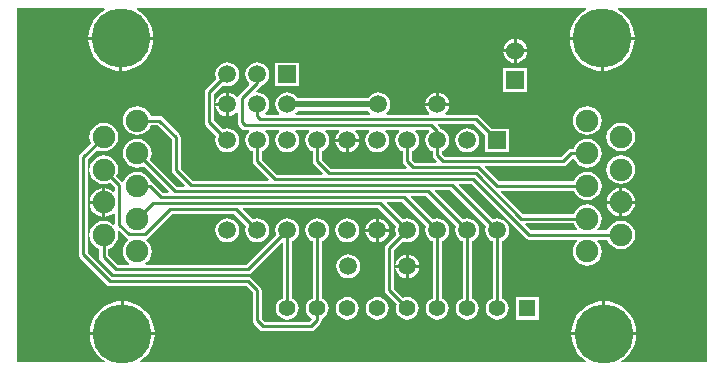
<source format=gtl>
G04 Layer_Physical_Order=1*
G04 Layer_Color=25308*
%FSLAX24Y24*%
%MOIN*%
G70*
G01*
G75*
%ADD10C,0.0200*%
%ADD11C,0.0100*%
%ADD12R,0.0591X0.0591*%
%ADD13C,0.0591*%
%ADD14R,0.0550X0.0550*%
%ADD15C,0.0550*%
%ADD16C,0.0748*%
%ADD17C,0.1969*%
%ADD18C,0.0590*%
%ADD19C,0.0591*%
%ADD20R,0.0591X0.0591*%
%ADD21C,0.0600*%
%ADD22R,0.0600X0.0600*%
G36*
X36000Y15300D02*
X33150D01*
X33136Y15348D01*
X33190Y15381D01*
X33320Y15492D01*
X33431Y15622D01*
X33520Y15767D01*
X33586Y15925D01*
X33625Y16091D01*
X33635Y16211D01*
X31468D01*
X31477Y16091D01*
X31517Y15925D01*
X31582Y15767D01*
X31671Y15622D01*
X31782Y15492D01*
X31912Y15381D01*
X31966Y15348D01*
X31952Y15300D01*
X17099D01*
X17085Y15348D01*
X17139Y15381D01*
X17269Y15492D01*
X17380Y15622D01*
X17469Y15767D01*
X17534Y15925D01*
X17574Y16091D01*
X17584Y16211D01*
X15416D01*
X15426Y16091D01*
X15466Y15925D01*
X15531Y15767D01*
X15620Y15622D01*
X15731Y15492D01*
X15861Y15381D01*
X15915Y15348D01*
X15901Y15300D01*
X13000D01*
Y27100D01*
X15908D01*
X15922Y27050D01*
X15810Y26981D01*
X15680Y26870D01*
X15569Y26740D01*
X15480Y26595D01*
X15414Y26437D01*
X15375Y26271D01*
X15365Y26151D01*
X17532D01*
X17523Y26271D01*
X17483Y26437D01*
X17418Y26595D01*
X17329Y26740D01*
X17218Y26870D01*
X17088Y26981D01*
X16975Y27050D01*
X16990Y27100D01*
X31959D01*
X31973Y27050D01*
X31861Y26981D01*
X31731Y26870D01*
X31620Y26740D01*
X31531Y26595D01*
X31466Y26437D01*
X31426Y26271D01*
X31416Y26151D01*
X33584D01*
X33574Y26271D01*
X33534Y26437D01*
X33469Y26595D01*
X33380Y26740D01*
X33269Y26870D01*
X33139Y26981D01*
X33027Y27050D01*
X33041Y27100D01*
X36000D01*
Y15300D01*
D02*
G37*
%LPC*%
G36*
X33590Y20588D02*
X33168D01*
Y20166D01*
X33242Y20176D01*
X33357Y20224D01*
X33456Y20300D01*
X33532Y20399D01*
X33580Y20514D01*
X33590Y20588D01*
D02*
G37*
G36*
X15832Y21105D02*
X15758Y21096D01*
X15643Y21048D01*
X15544Y20972D01*
X15468Y20873D01*
X15420Y20758D01*
X15410Y20684D01*
X15832D01*
Y21105D01*
D02*
G37*
G36*
X33068Y20588D02*
X32647D01*
X32656Y20514D01*
X32704Y20399D01*
X32780Y20300D01*
X32879Y20224D01*
X32994Y20176D01*
X33068Y20166D01*
Y20588D01*
D02*
G37*
G36*
X25050Y20092D02*
Y19750D01*
X25392D01*
X25385Y19803D01*
X25345Y19899D01*
X25282Y19982D01*
X25199Y20045D01*
X25103Y20085D01*
X25050Y20092D01*
D02*
G37*
G36*
X15832Y20584D02*
X15410D01*
X15420Y20510D01*
X15468Y20395D01*
X15544Y20296D01*
X15643Y20220D01*
X15758Y20172D01*
X15832Y20162D01*
Y20584D01*
D02*
G37*
G36*
X33068Y21109D02*
X32994Y21100D01*
X32879Y21052D01*
X32780Y20976D01*
X32704Y20877D01*
X32656Y20762D01*
X32647Y20688D01*
X33068D01*
Y21109D01*
D02*
G37*
G36*
X24000Y17478D02*
X23902Y17465D01*
X23811Y17428D01*
X23733Y17367D01*
X23672Y17289D01*
X23635Y17198D01*
X23622Y17100D01*
X23635Y17002D01*
X23672Y16911D01*
X23733Y16833D01*
X23811Y16772D01*
X23902Y16735D01*
X24000Y16722D01*
X24098Y16735D01*
X24189Y16772D01*
X24267Y16833D01*
X24328Y16911D01*
X24365Y17002D01*
X24378Y17100D01*
X24365Y17198D01*
X24328Y17289D01*
X24267Y17367D01*
X24189Y17428D01*
X24098Y17465D01*
X24000Y17478D01*
D02*
G37*
G36*
X32601Y17345D02*
Y16311D01*
X33635D01*
X33625Y16431D01*
X33586Y16597D01*
X33520Y16755D01*
X33431Y16900D01*
X33320Y17030D01*
X33190Y17141D01*
X33045Y17230D01*
X32887Y17295D01*
X32721Y17335D01*
X32601Y17345D01*
D02*
G37*
G36*
X25000Y17478D02*
X24902Y17465D01*
X24811Y17428D01*
X24733Y17367D01*
X24672Y17289D01*
X24635Y17198D01*
X24622Y17100D01*
X24635Y17002D01*
X24672Y16911D01*
X24733Y16833D01*
X24811Y16772D01*
X24902Y16735D01*
X25000Y16722D01*
X25098Y16735D01*
X25189Y16772D01*
X25267Y16833D01*
X25328Y16911D01*
X25365Y17002D01*
X25378Y17100D01*
X25365Y17198D01*
X25328Y17289D01*
X25267Y17367D01*
X25189Y17428D01*
X25098Y17465D01*
X25000Y17478D01*
D02*
G37*
G36*
X33168Y21109D02*
Y20688D01*
X33590D01*
X33580Y20762D01*
X33532Y20877D01*
X33456Y20976D01*
X33357Y21052D01*
X33242Y21100D01*
X33168Y21109D01*
D02*
G37*
G36*
X33118Y22206D02*
X32994Y22190D01*
X32879Y22142D01*
X32780Y22066D01*
X32704Y21967D01*
X32656Y21852D01*
X32640Y21728D01*
X32656Y21605D01*
X32704Y21489D01*
X32780Y21390D01*
X32879Y21314D01*
X32994Y21267D01*
X33118Y21250D01*
X33242Y21267D01*
X33357Y21314D01*
X33456Y21390D01*
X33532Y21489D01*
X33580Y21605D01*
X33596Y21728D01*
X33580Y21852D01*
X33532Y21967D01*
X33456Y22066D01*
X33357Y22142D01*
X33242Y22190D01*
X33118Y22206D01*
D02*
G37*
G36*
X26050Y18892D02*
Y18550D01*
X26392D01*
X26385Y18603D01*
X26345Y18699D01*
X26282Y18782D01*
X26199Y18845D01*
X26103Y18885D01*
X26050Y18892D01*
D02*
G37*
G36*
X24032Y18898D02*
X23928Y18885D01*
X23832Y18845D01*
X23750Y18782D01*
X23686Y18699D01*
X23647Y18603D01*
X23633Y18500D01*
X23647Y18397D01*
X23686Y18301D01*
X23750Y18218D01*
X23832Y18155D01*
X23928Y18115D01*
X24032Y18102D01*
X24135Y18115D01*
X24231Y18155D01*
X24313Y18218D01*
X24377Y18301D01*
X24416Y18397D01*
X24430Y18500D01*
X24416Y18603D01*
X24377Y18699D01*
X24313Y18782D01*
X24231Y18845D01*
X24135Y18885D01*
X24032Y18898D01*
D02*
G37*
G36*
X25950Y18892D02*
X25897Y18885D01*
X25801Y18845D01*
X25718Y18782D01*
X25655Y18699D01*
X25615Y18603D01*
X25608Y18550D01*
X25950D01*
Y18892D01*
D02*
G37*
G36*
Y18450D02*
X25608D01*
X25615Y18397D01*
X25655Y18301D01*
X25718Y18218D01*
X25801Y18155D01*
X25897Y18115D01*
X25950Y18108D01*
Y18450D01*
D02*
G37*
G36*
X26392D02*
X26050D01*
Y18108D01*
X26103Y18115D01*
X26199Y18155D01*
X26282Y18218D01*
X26345Y18301D01*
X26385Y18397D01*
X26392Y18450D01*
D02*
G37*
G36*
X20000Y20099D02*
X19897Y20085D01*
X19801Y20045D01*
X19718Y19982D01*
X19655Y19899D01*
X19615Y19803D01*
X19601Y19700D01*
X19615Y19597D01*
X19655Y19501D01*
X19718Y19418D01*
X19801Y19355D01*
X19897Y19315D01*
X20000Y19301D01*
X20103Y19315D01*
X20199Y19355D01*
X20282Y19418D01*
X20345Y19501D01*
X20385Y19597D01*
X20399Y19700D01*
X20385Y19803D01*
X20345Y19899D01*
X20282Y19982D01*
X20199Y20045D01*
X20103Y20085D01*
X20000Y20099D01*
D02*
G37*
G36*
X30375Y17475D02*
X29625D01*
Y16725D01*
X30375D01*
Y17475D01*
D02*
G37*
G36*
X24950Y20092D02*
X24897Y20085D01*
X24801Y20045D01*
X24718Y19982D01*
X24655Y19899D01*
X24615Y19803D01*
X24608Y19750D01*
X24950D01*
Y20092D01*
D02*
G37*
G36*
X25392Y19650D02*
X25050D01*
Y19308D01*
X25103Y19315D01*
X25199Y19355D01*
X25282Y19418D01*
X25345Y19501D01*
X25385Y19597D01*
X25392Y19650D01*
D02*
G37*
G36*
X24000Y20099D02*
X23897Y20085D01*
X23801Y20045D01*
X23718Y19982D01*
X23655Y19899D01*
X23615Y19803D01*
X23601Y19700D01*
X23615Y19597D01*
X23655Y19501D01*
X23718Y19418D01*
X23801Y19355D01*
X23897Y19315D01*
X24000Y19301D01*
X24103Y19315D01*
X24199Y19355D01*
X24282Y19418D01*
X24345Y19501D01*
X24385Y19597D01*
X24399Y19700D01*
X24385Y19803D01*
X24345Y19899D01*
X24282Y19982D01*
X24199Y20045D01*
X24103Y20085D01*
X24000Y20099D01*
D02*
G37*
G36*
X24950Y19650D02*
X24608D01*
X24615Y19597D01*
X24655Y19501D01*
X24718Y19418D01*
X24801Y19355D01*
X24897Y19315D01*
X24950Y19308D01*
Y19650D01*
D02*
G37*
G36*
X28000Y23099D02*
X27897Y23085D01*
X27801Y23045D01*
X27718Y22982D01*
X27655Y22899D01*
X27615Y22803D01*
X27601Y22700D01*
X27615Y22597D01*
X27655Y22501D01*
X27718Y22418D01*
X27801Y22355D01*
X27897Y22315D01*
X28000Y22301D01*
X28103Y22315D01*
X28199Y22355D01*
X28282Y22418D01*
X28345Y22501D01*
X28385Y22597D01*
X28399Y22700D01*
X28385Y22803D01*
X28345Y22899D01*
X28282Y22982D01*
X28199Y23045D01*
X28103Y23085D01*
X28000Y23099D01*
D02*
G37*
G36*
X16399Y26051D02*
X15365D01*
X15375Y25931D01*
X15414Y25765D01*
X15480Y25607D01*
X15569Y25462D01*
X15680Y25332D01*
X15810Y25221D01*
X15955Y25132D01*
X16113Y25067D01*
X16279Y25027D01*
X16399Y25017D01*
Y26051D01*
D02*
G37*
G36*
X17532D02*
X16499D01*
Y25017D01*
X16619Y25027D01*
X16785Y25067D01*
X16943Y25132D01*
X17088Y25221D01*
X17218Y25332D01*
X17329Y25462D01*
X17418Y25607D01*
X17483Y25765D01*
X17523Y25931D01*
X17532Y26051D01*
D02*
G37*
G36*
X22395Y25295D02*
X21605D01*
Y24505D01*
X22395D01*
Y25295D01*
D02*
G37*
G36*
X30000Y25100D02*
X29200D01*
Y24300D01*
X30000D01*
Y25100D01*
D02*
G37*
G36*
X20000Y25299D02*
X19897Y25285D01*
X19801Y25245D01*
X19718Y25182D01*
X19655Y25099D01*
X19615Y25003D01*
X19601Y24900D01*
X19615Y24797D01*
X19634Y24750D01*
X19292Y24408D01*
X19259Y24359D01*
X19247Y24300D01*
Y23300D01*
X19259Y23241D01*
X19292Y23192D01*
X19634Y22850D01*
X19615Y22803D01*
X19601Y22700D01*
X19615Y22597D01*
X19655Y22501D01*
X19718Y22418D01*
X19801Y22355D01*
X19897Y22315D01*
X20000Y22301D01*
X20103Y22315D01*
X20199Y22355D01*
X20282Y22418D01*
X20345Y22501D01*
X20385Y22597D01*
X20399Y22700D01*
X20385Y22803D01*
X20345Y22899D01*
X20282Y22982D01*
X20199Y23045D01*
X20103Y23085D01*
X20000Y23099D01*
X19897Y23085D01*
X19850Y23066D01*
X19553Y23363D01*
Y23884D01*
X19557Y23885D01*
Y23915D01*
X19553Y23916D01*
Y24237D01*
X19850Y24534D01*
X19897Y24515D01*
X20000Y24501D01*
X20103Y24515D01*
X20199Y24555D01*
X20282Y24618D01*
X20345Y24701D01*
X20385Y24797D01*
X20399Y24900D01*
X20385Y25003D01*
X20345Y25099D01*
X20282Y25182D01*
X20199Y25245D01*
X20103Y25285D01*
X20000Y25299D01*
D02*
G37*
G36*
X32450Y26051D02*
X31416D01*
X31426Y25931D01*
X31466Y25765D01*
X31531Y25607D01*
X31620Y25462D01*
X31731Y25332D01*
X31861Y25221D01*
X32006Y25132D01*
X32164Y25067D01*
X32330Y25027D01*
X32450Y25017D01*
Y26051D01*
D02*
G37*
G36*
X29550Y26081D02*
X29496Y26074D01*
X29398Y26034D01*
X29315Y25970D01*
X29251Y25886D01*
X29210Y25789D01*
X29203Y25734D01*
X29550D01*
Y26081D01*
D02*
G37*
G36*
X29650D02*
Y25734D01*
X29997D01*
X29990Y25789D01*
X29949Y25886D01*
X29885Y25970D01*
X29802Y26034D01*
X29704Y26074D01*
X29650Y26081D01*
D02*
G37*
G36*
X29997Y25634D02*
X29650D01*
Y25287D01*
X29704Y25295D01*
X29802Y25335D01*
X29885Y25399D01*
X29949Y25483D01*
X29990Y25580D01*
X29997Y25634D01*
D02*
G37*
G36*
X33584Y26051D02*
X32550D01*
Y25017D01*
X32670Y25027D01*
X32836Y25067D01*
X32994Y25132D01*
X33139Y25221D01*
X33269Y25332D01*
X33380Y25462D01*
X33469Y25607D01*
X33534Y25765D01*
X33574Y25931D01*
X33584Y26051D01*
D02*
G37*
G36*
X29550Y25634D02*
X29203D01*
X29210Y25580D01*
X29251Y25483D01*
X29315Y25399D01*
X29398Y25335D01*
X29496Y25295D01*
X29550Y25287D01*
Y25634D01*
D02*
G37*
G36*
X33118Y23297D02*
X32994Y23281D01*
X32879Y23233D01*
X32780Y23157D01*
X32704Y23058D01*
X32656Y22943D01*
X32640Y22819D01*
X32656Y22695D01*
X32704Y22580D01*
X32780Y22481D01*
X32879Y22405D01*
X32994Y22357D01*
X33118Y22341D01*
X33242Y22357D01*
X33357Y22405D01*
X33456Y22481D01*
X33532Y22580D01*
X33580Y22695D01*
X33596Y22819D01*
X33580Y22943D01*
X33532Y23058D01*
X33456Y23157D01*
X33357Y23233D01*
X33242Y23281D01*
X33118Y23297D01*
D02*
G37*
G36*
X32000Y23840D02*
X31876Y23824D01*
X31761Y23776D01*
X31662Y23700D01*
X31586Y23601D01*
X31538Y23486D01*
X31522Y23362D01*
X31538Y23238D01*
X31586Y23123D01*
X31662Y23024D01*
X31761Y22948D01*
X31876Y22900D01*
X32000Y22884D01*
X32124Y22900D01*
X32239Y22948D01*
X32338Y23024D01*
X32414Y23123D01*
X32462Y23238D01*
X32478Y23362D01*
X32462Y23486D01*
X32414Y23601D01*
X32338Y23700D01*
X32239Y23776D01*
X32124Y23824D01*
X32000Y23840D01*
D02*
G37*
G36*
X15882Y23293D02*
X15758Y23277D01*
X15643Y23229D01*
X15544Y23153D01*
X15468Y23054D01*
X15420Y22939D01*
X15404Y22815D01*
X15420Y22691D01*
X15456Y22605D01*
X15092Y22241D01*
X15059Y22192D01*
X15047Y22133D01*
Y18900D01*
X15059Y18841D01*
X15092Y18792D01*
X15992Y17892D01*
X16041Y17859D01*
X16100Y17847D01*
X20637D01*
X20847Y17637D01*
Y16700D01*
X20859Y16641D01*
X20892Y16592D01*
X21092Y16392D01*
X21141Y16359D01*
X21200Y16347D01*
X22800D01*
X22859Y16359D01*
X22908Y16392D01*
X23108Y16592D01*
X23141Y16641D01*
X23153Y16700D01*
Y16757D01*
X23189Y16772D01*
X23267Y16833D01*
X23328Y16911D01*
X23365Y17002D01*
X23378Y17100D01*
X23365Y17198D01*
X23328Y17289D01*
X23267Y17367D01*
X23189Y17428D01*
X23153Y17443D01*
Y19336D01*
X23199Y19355D01*
X23282Y19418D01*
X23345Y19501D01*
X23385Y19597D01*
X23399Y19700D01*
X23385Y19803D01*
X23345Y19899D01*
X23282Y19982D01*
X23199Y20045D01*
X23103Y20085D01*
X23000Y20099D01*
X22897Y20085D01*
X22801Y20045D01*
X22718Y19982D01*
X22655Y19899D01*
X22615Y19803D01*
X22601Y19700D01*
X22615Y19597D01*
X22655Y19501D01*
X22718Y19418D01*
X22801Y19355D01*
X22847Y19336D01*
Y17443D01*
X22811Y17428D01*
X22733Y17367D01*
X22672Y17289D01*
X22635Y17198D01*
X22622Y17100D01*
X22635Y17002D01*
X22672Y16911D01*
X22733Y16833D01*
X22796Y16783D01*
X22809Y16725D01*
X22737Y16653D01*
X21263D01*
X21153Y16763D01*
Y17700D01*
X21141Y17759D01*
X21108Y17808D01*
X20808Y18108D01*
X20759Y18141D01*
X20700Y18153D01*
X16163D01*
X15353Y18963D01*
Y22070D01*
X15672Y22389D01*
X15758Y22353D01*
X15882Y22337D01*
X16006Y22353D01*
X16121Y22401D01*
X16220Y22477D01*
X16296Y22576D01*
X16344Y22691D01*
X16360Y22815D01*
X16344Y22939D01*
X16296Y23054D01*
X16220Y23153D01*
X16121Y23229D01*
X16006Y23277D01*
X15882Y23293D01*
D02*
G37*
G36*
X32501Y17345D02*
X32381Y17335D01*
X32215Y17295D01*
X32057Y17230D01*
X31912Y17141D01*
X31782Y17030D01*
X31671Y16900D01*
X31582Y16755D01*
X31517Y16597D01*
X31477Y16431D01*
X31468Y16311D01*
X32501D01*
Y17345D01*
D02*
G37*
G36*
X16550Y17345D02*
Y16311D01*
X17584D01*
X17574Y16431D01*
X17534Y16597D01*
X17469Y16755D01*
X17380Y16900D01*
X17269Y17030D01*
X17139Y17141D01*
X16994Y17230D01*
X16836Y17295D01*
X16670Y17335D01*
X16550Y17345D01*
D02*
G37*
G36*
X19950Y23850D02*
X19608D01*
X19615Y23797D01*
X19655Y23701D01*
X19718Y23618D01*
X19801Y23555D01*
X19897Y23515D01*
X19950Y23508D01*
Y23850D01*
D02*
G37*
G36*
X27050Y24292D02*
Y23950D01*
X27392D01*
X27385Y24003D01*
X27345Y24099D01*
X27282Y24182D01*
X27199Y24245D01*
X27103Y24285D01*
X27050Y24292D01*
D02*
G37*
G36*
X21000Y25299D02*
X20897Y25285D01*
X20801Y25245D01*
X20718Y25182D01*
X20655Y25099D01*
X20615Y25003D01*
X20601Y24900D01*
X20615Y24797D01*
X20655Y24701D01*
X20718Y24618D01*
X20735Y24605D01*
X20739Y24555D01*
X20392Y24208D01*
X20361Y24161D01*
X20358Y24158D01*
X20306Y24150D01*
X20282Y24182D01*
X20199Y24245D01*
X20103Y24285D01*
X20050Y24292D01*
Y23900D01*
Y23508D01*
X20103Y23515D01*
X20199Y23555D01*
X20282Y23618D01*
X20297Y23638D01*
X20347Y23621D01*
Y23300D01*
X20359Y23241D01*
X20392Y23192D01*
X20492Y23092D01*
X20541Y23059D01*
X20600Y23047D01*
X20721D01*
X20738Y22997D01*
X20718Y22982D01*
X20655Y22899D01*
X20615Y22803D01*
X20601Y22700D01*
X20615Y22597D01*
X20655Y22501D01*
X20718Y22418D01*
X20801Y22355D01*
X20847Y22336D01*
Y22000D01*
X20859Y21941D01*
X20892Y21892D01*
X21385Y21399D01*
X21365Y21353D01*
X18863D01*
X18453Y21763D01*
Y22800D01*
X18441Y22859D01*
X18408Y22908D01*
X17846Y23470D01*
X17796Y23503D01*
X17738Y23515D01*
X17450D01*
X17414Y23601D01*
X17338Y23700D01*
X17239Y23776D01*
X17124Y23824D01*
X17000Y23840D01*
X16876Y23824D01*
X16761Y23776D01*
X16662Y23700D01*
X16586Y23601D01*
X16538Y23486D01*
X16522Y23362D01*
X16538Y23238D01*
X16586Y23123D01*
X16662Y23024D01*
X16761Y22948D01*
X16876Y22900D01*
X17000Y22884D01*
X17124Y22900D01*
X17239Y22948D01*
X17338Y23024D01*
X17414Y23123D01*
X17450Y23209D01*
X17674D01*
X18147Y22737D01*
Y21700D01*
X18159Y21641D01*
X18192Y21592D01*
X18585Y21199D01*
X18565Y21153D01*
X18335D01*
X17426Y22062D01*
X17462Y22148D01*
X17478Y22272D01*
X17462Y22395D01*
X17414Y22511D01*
X17338Y22610D01*
X17239Y22686D01*
X17124Y22733D01*
X17000Y22750D01*
X16876Y22733D01*
X16761Y22686D01*
X16662Y22610D01*
X16586Y22511D01*
X16538Y22395D01*
X16522Y22272D01*
X16538Y22148D01*
X16586Y22033D01*
X16662Y21934D01*
X16761Y21858D01*
X16876Y21810D01*
X17000Y21794D01*
X17124Y21810D01*
X17210Y21846D01*
X18056Y20999D01*
X18037Y20953D01*
X17863D01*
X17527Y21289D01*
X17477Y21322D01*
X17452Y21327D01*
X17414Y21420D01*
X17338Y21519D01*
X17239Y21595D01*
X17124Y21643D01*
X17000Y21659D01*
X16876Y21643D01*
X16761Y21595D01*
X16662Y21519D01*
X16586Y21420D01*
X16552Y21339D01*
X16551Y21338D01*
X16494Y21329D01*
X16308Y21515D01*
X16344Y21601D01*
X16360Y21724D01*
X16344Y21848D01*
X16296Y21963D01*
X16220Y22062D01*
X16121Y22138D01*
X16006Y22186D01*
X15882Y22203D01*
X15758Y22186D01*
X15643Y22138D01*
X15544Y22062D01*
X15468Y21963D01*
X15420Y21848D01*
X15404Y21724D01*
X15420Y21601D01*
X15468Y21485D01*
X15544Y21386D01*
X15643Y21310D01*
X15758Y21263D01*
X15882Y21246D01*
X16006Y21263D01*
X16092Y21298D01*
X16253Y21137D01*
Y21007D01*
X16203Y20985D01*
X16121Y21048D01*
X16006Y21096D01*
X15932Y21105D01*
Y20634D01*
Y20162D01*
X16006Y20172D01*
X16121Y20220D01*
X16203Y20283D01*
X16253Y20261D01*
Y19917D01*
X16203Y19894D01*
X16121Y19957D01*
X16006Y20005D01*
X15882Y20021D01*
X15758Y20005D01*
X15643Y19957D01*
X15544Y19881D01*
X15468Y19782D01*
X15420Y19667D01*
X15404Y19543D01*
X15420Y19420D01*
X15468Y19304D01*
X15544Y19205D01*
X15643Y19129D01*
X15729Y19094D01*
Y18818D01*
X15741Y18760D01*
X15774Y18710D01*
X16192Y18292D01*
X16241Y18259D01*
X16300Y18247D01*
X20700D01*
X20759Y18259D01*
X20808Y18292D01*
X21801Y19285D01*
X21847Y19265D01*
Y17443D01*
X21811Y17428D01*
X21733Y17367D01*
X21672Y17289D01*
X21635Y17198D01*
X21622Y17100D01*
X21635Y17002D01*
X21672Y16911D01*
X21733Y16833D01*
X21811Y16772D01*
X21902Y16735D01*
X22000Y16722D01*
X22098Y16735D01*
X22189Y16772D01*
X22267Y16833D01*
X22328Y16911D01*
X22365Y17002D01*
X22378Y17100D01*
X22365Y17198D01*
X22328Y17289D01*
X22267Y17367D01*
X22189Y17428D01*
X22153Y17443D01*
Y19336D01*
X22199Y19355D01*
X22282Y19418D01*
X22345Y19501D01*
X22385Y19597D01*
X22399Y19700D01*
X22385Y19803D01*
X22345Y19899D01*
X22282Y19982D01*
X22199Y20045D01*
X22103Y20085D01*
X22000Y20099D01*
X21897Y20085D01*
X21801Y20045D01*
X21718Y19982D01*
X21655Y19899D01*
X21615Y19803D01*
X21601Y19700D01*
X21615Y19597D01*
X21634Y19550D01*
X20637Y18553D01*
X17278D01*
X17261Y18603D01*
X17338Y18662D01*
X17414Y18761D01*
X17462Y18876D01*
X17478Y19000D01*
X17462Y19124D01*
X17414Y19239D01*
X17338Y19338D01*
X17298Y19369D01*
X17310Y19422D01*
X17325Y19425D01*
X17375Y19458D01*
X18163Y20247D01*
X20237D01*
X20634Y19850D01*
X20615Y19803D01*
X20601Y19700D01*
X20615Y19597D01*
X20655Y19501D01*
X20718Y19418D01*
X20801Y19355D01*
X20897Y19315D01*
X21000Y19301D01*
X21103Y19315D01*
X21199Y19355D01*
X21282Y19418D01*
X21345Y19501D01*
X21385Y19597D01*
X21399Y19700D01*
X21385Y19803D01*
X21345Y19899D01*
X21282Y19982D01*
X21199Y20045D01*
X21103Y20085D01*
X21000Y20099D01*
X20897Y20085D01*
X20850Y20066D01*
X20515Y20401D01*
X20535Y20447D01*
X25037D01*
X25634Y19850D01*
X25615Y19803D01*
X25601Y19700D01*
X25615Y19597D01*
X25634Y19550D01*
X25292Y19208D01*
X25259Y19159D01*
X25247Y19100D01*
Y17700D01*
X25259Y17641D01*
X25292Y17592D01*
X25650Y17234D01*
X25635Y17198D01*
X25622Y17100D01*
X25635Y17002D01*
X25672Y16911D01*
X25733Y16833D01*
X25811Y16772D01*
X25902Y16735D01*
X26000Y16722D01*
X26098Y16735D01*
X26189Y16772D01*
X26267Y16833D01*
X26328Y16911D01*
X26365Y17002D01*
X26378Y17100D01*
X26365Y17198D01*
X26328Y17289D01*
X26267Y17367D01*
X26189Y17428D01*
X26098Y17465D01*
X26000Y17478D01*
X25902Y17465D01*
X25866Y17450D01*
X25553Y17763D01*
Y18486D01*
X25558Y18487D01*
Y18513D01*
X25553Y18514D01*
Y19037D01*
X25850Y19334D01*
X25897Y19315D01*
X26000Y19301D01*
X26103Y19315D01*
X26199Y19355D01*
X26282Y19418D01*
X26345Y19501D01*
X26385Y19597D01*
X26399Y19700D01*
X26385Y19803D01*
X26345Y19899D01*
X26282Y19982D01*
X26199Y20045D01*
X26103Y20085D01*
X26000Y20099D01*
X25897Y20085D01*
X25850Y20066D01*
X25315Y20601D01*
X25335Y20647D01*
X25837D01*
X26634Y19850D01*
X26615Y19803D01*
X26601Y19700D01*
X26615Y19597D01*
X26655Y19501D01*
X26718Y19418D01*
X26801Y19355D01*
X26847Y19336D01*
Y17443D01*
X26811Y17428D01*
X26733Y17367D01*
X26672Y17289D01*
X26635Y17198D01*
X26622Y17100D01*
X26635Y17002D01*
X26672Y16911D01*
X26733Y16833D01*
X26811Y16772D01*
X26902Y16735D01*
X27000Y16722D01*
X27098Y16735D01*
X27189Y16772D01*
X27267Y16833D01*
X27328Y16911D01*
X27365Y17002D01*
X27378Y17100D01*
X27365Y17198D01*
X27328Y17289D01*
X27267Y17367D01*
X27189Y17428D01*
X27153Y17443D01*
Y19336D01*
X27199Y19355D01*
X27282Y19418D01*
X27345Y19501D01*
X27385Y19597D01*
X27399Y19700D01*
X27385Y19803D01*
X27345Y19899D01*
X27282Y19982D01*
X27199Y20045D01*
X27103Y20085D01*
X27000Y20099D01*
X26897Y20085D01*
X26850Y20066D01*
X26115Y20801D01*
X26135Y20847D01*
X26637D01*
X27634Y19850D01*
X27615Y19803D01*
X27601Y19700D01*
X27615Y19597D01*
X27655Y19501D01*
X27718Y19418D01*
X27801Y19355D01*
X27847Y19336D01*
Y17443D01*
X27811Y17428D01*
X27733Y17367D01*
X27672Y17289D01*
X27635Y17198D01*
X27622Y17100D01*
X27635Y17002D01*
X27672Y16911D01*
X27733Y16833D01*
X27811Y16772D01*
X27902Y16735D01*
X28000Y16722D01*
X28098Y16735D01*
X28189Y16772D01*
X28267Y16833D01*
X28328Y16911D01*
X28365Y17002D01*
X28378Y17100D01*
X28365Y17198D01*
X28328Y17289D01*
X28267Y17367D01*
X28189Y17428D01*
X28153Y17443D01*
Y19336D01*
X28199Y19355D01*
X28282Y19418D01*
X28345Y19501D01*
X28385Y19597D01*
X28399Y19700D01*
X28385Y19803D01*
X28345Y19899D01*
X28282Y19982D01*
X28199Y20045D01*
X28103Y20085D01*
X28000Y20099D01*
X27897Y20085D01*
X27850Y20066D01*
X26915Y21001D01*
X26935Y21047D01*
X27437D01*
X28634Y19850D01*
X28615Y19803D01*
X28601Y19700D01*
X28615Y19597D01*
X28655Y19501D01*
X28718Y19418D01*
X28801Y19355D01*
X28847Y19336D01*
Y17443D01*
X28811Y17428D01*
X28733Y17367D01*
X28672Y17289D01*
X28635Y17198D01*
X28622Y17100D01*
X28635Y17002D01*
X28672Y16911D01*
X28733Y16833D01*
X28811Y16772D01*
X28902Y16735D01*
X29000Y16722D01*
X29098Y16735D01*
X29189Y16772D01*
X29267Y16833D01*
X29328Y16911D01*
X29365Y17002D01*
X29378Y17100D01*
X29365Y17198D01*
X29328Y17289D01*
X29267Y17367D01*
X29189Y17428D01*
X29153Y17443D01*
Y19336D01*
X29199Y19355D01*
X29282Y19418D01*
X29345Y19501D01*
X29385Y19597D01*
X29399Y19700D01*
X29385Y19803D01*
X29345Y19899D01*
X29282Y19982D01*
X29199Y20045D01*
X29103Y20085D01*
X29000Y20099D01*
X28897Y20085D01*
X28850Y20066D01*
X27715Y21201D01*
X27735Y21247D01*
X28137D01*
X29945Y19439D01*
X29994Y19406D01*
X30053Y19394D01*
X31657D01*
X31674Y19347D01*
X31662Y19338D01*
X31586Y19239D01*
X31538Y19124D01*
X31522Y19000D01*
X31538Y18876D01*
X31586Y18761D01*
X31662Y18662D01*
X31761Y18586D01*
X31876Y18538D01*
X32000Y18522D01*
X32124Y18538D01*
X32239Y18586D01*
X32338Y18662D01*
X32414Y18761D01*
X32462Y18876D01*
X32478Y19000D01*
X32462Y19124D01*
X32414Y19239D01*
X32338Y19338D01*
X32326Y19347D01*
X32343Y19394D01*
X32668D01*
X32704Y19308D01*
X32780Y19209D01*
X32879Y19133D01*
X32994Y19085D01*
X33118Y19069D01*
X33242Y19085D01*
X33357Y19133D01*
X33456Y19209D01*
X33532Y19308D01*
X33580Y19424D01*
X33596Y19547D01*
X33580Y19671D01*
X33532Y19786D01*
X33456Y19885D01*
X33357Y19961D01*
X33242Y20009D01*
X33118Y20025D01*
X32994Y20009D01*
X32879Y19961D01*
X32780Y19885D01*
X32704Y19786D01*
X32668Y19700D01*
X32348D01*
X32332Y19748D01*
X32338Y19752D01*
X32414Y19851D01*
X32462Y19967D01*
X32478Y20091D01*
X32462Y20214D01*
X32414Y20330D01*
X32338Y20429D01*
X32239Y20505D01*
X32124Y20552D01*
X32000Y20569D01*
X31876Y20552D01*
X31761Y20505D01*
X31662Y20429D01*
X31586Y20330D01*
X31550Y20243D01*
X29856D01*
X29117Y20982D01*
X29136Y21028D01*
X31550D01*
X31586Y20942D01*
X31662Y20843D01*
X31761Y20767D01*
X31876Y20719D01*
X32000Y20703D01*
X32124Y20719D01*
X32239Y20767D01*
X32338Y20843D01*
X32414Y20942D01*
X32462Y21057D01*
X32478Y21181D01*
X32462Y21305D01*
X32414Y21420D01*
X32338Y21519D01*
X32239Y21595D01*
X32124Y21643D01*
X32000Y21659D01*
X31876Y21643D01*
X31761Y21595D01*
X31662Y21519D01*
X31586Y21420D01*
X31550Y21334D01*
X29048D01*
X28581Y21801D01*
X28600Y21847D01*
X31200D01*
X31259Y21859D01*
X31308Y21892D01*
X31508Y22091D01*
X31567Y22080D01*
X31586Y22033D01*
X31662Y21934D01*
X31761Y21858D01*
X31876Y21810D01*
X32000Y21794D01*
X32124Y21810D01*
X32239Y21858D01*
X32338Y21934D01*
X32414Y22033D01*
X32462Y22148D01*
X32478Y22272D01*
X32462Y22395D01*
X32414Y22511D01*
X32338Y22610D01*
X32239Y22686D01*
X32124Y22733D01*
X32000Y22750D01*
X31876Y22733D01*
X31761Y22686D01*
X31662Y22610D01*
X31586Y22511D01*
X31550Y22425D01*
X31472D01*
X31413Y22413D01*
X31364Y22380D01*
X31137Y22153D01*
X27263D01*
X27153Y22263D01*
Y22336D01*
X27199Y22355D01*
X27282Y22418D01*
X27345Y22501D01*
X27385Y22597D01*
X27399Y22700D01*
X27385Y22803D01*
X27345Y22899D01*
X27282Y22982D01*
X27199Y23045D01*
X27131Y23073D01*
X27108Y23108D01*
X27015Y23201D01*
X27035Y23247D01*
X28237D01*
X28605Y22879D01*
Y22305D01*
X29395D01*
Y23095D01*
X28821D01*
X28408Y23508D01*
X28359Y23541D01*
X28300Y23553D01*
X27279D01*
X27262Y23603D01*
X27282Y23618D01*
X27345Y23701D01*
X27385Y23797D01*
X27392Y23850D01*
X26608D01*
X26615Y23797D01*
X26655Y23701D01*
X26718Y23618D01*
X26738Y23603D01*
X26721Y23553D01*
X25310D01*
X25293Y23603D01*
X25313Y23618D01*
X25377Y23701D01*
X25416Y23797D01*
X25430Y23900D01*
X25416Y24003D01*
X25377Y24099D01*
X25313Y24182D01*
X25231Y24245D01*
X25135Y24285D01*
X25031Y24298D01*
X24928Y24285D01*
X24832Y24245D01*
X24750Y24182D01*
X24690Y24104D01*
X22342D01*
X22282Y24182D01*
X22199Y24245D01*
X22103Y24285D01*
X22000Y24299D01*
X21897Y24285D01*
X21801Y24245D01*
X21718Y24182D01*
X21655Y24099D01*
X21615Y24003D01*
X21601Y23900D01*
X21615Y23797D01*
X21655Y23701D01*
X21718Y23618D01*
X21738Y23603D01*
X21721Y23553D01*
X21279D01*
X21262Y23603D01*
X21282Y23618D01*
X21345Y23701D01*
X21385Y23797D01*
X21399Y23900D01*
X21385Y24003D01*
X21345Y24099D01*
X21282Y24182D01*
X21199Y24245D01*
X21103Y24285D01*
X21000Y24299D01*
X20979Y24296D01*
X20957Y24341D01*
X21108Y24492D01*
X21131Y24527D01*
X21199Y24555D01*
X21282Y24618D01*
X21345Y24701D01*
X21385Y24797D01*
X21399Y24900D01*
X21385Y25003D01*
X21345Y25099D01*
X21282Y25182D01*
X21199Y25245D01*
X21103Y25285D01*
X21000Y25299D01*
D02*
G37*
G36*
X26950Y24292D02*
X26897Y24285D01*
X26801Y24245D01*
X26718Y24182D01*
X26655Y24099D01*
X26615Y24003D01*
X26608Y23950D01*
X26950D01*
Y24292D01*
D02*
G37*
G36*
X16450Y17345D02*
X16330Y17335D01*
X16164Y17295D01*
X16006Y17230D01*
X15861Y17141D01*
X15731Y17030D01*
X15620Y16900D01*
X15531Y16755D01*
X15466Y16597D01*
X15426Y16431D01*
X15416Y16311D01*
X16450D01*
Y17345D01*
D02*
G37*
G36*
X19950Y24292D02*
X19897Y24285D01*
X19801Y24245D01*
X19718Y24182D01*
X19655Y24099D01*
X19615Y24003D01*
X19608Y23950D01*
X19950D01*
Y24292D01*
D02*
G37*
%LPD*%
G36*
X22738Y22997D02*
X22718Y22982D01*
X22655Y22899D01*
X22615Y22803D01*
X22601Y22700D01*
X22615Y22597D01*
X22655Y22501D01*
X22718Y22418D01*
X22801Y22355D01*
X22847Y22336D01*
Y22000D01*
X22859Y21941D01*
X22892Y21892D01*
X23185Y21599D01*
X23165Y21553D01*
X21663D01*
X21153Y22063D01*
Y22336D01*
X21199Y22355D01*
X21282Y22418D01*
X21345Y22501D01*
X21385Y22597D01*
X21399Y22700D01*
X21385Y22803D01*
X21345Y22899D01*
X21282Y22982D01*
X21262Y22997D01*
X21279Y23047D01*
X21721D01*
X21738Y22997D01*
X21718Y22982D01*
X21655Y22899D01*
X21615Y22803D01*
X21601Y22700D01*
X21615Y22597D01*
X21655Y22501D01*
X21718Y22418D01*
X21801Y22355D01*
X21897Y22315D01*
X22000Y22301D01*
X22103Y22315D01*
X22199Y22355D01*
X22282Y22418D01*
X22345Y22501D01*
X22385Y22597D01*
X22399Y22700D01*
X22385Y22803D01*
X22345Y22899D01*
X22282Y22982D01*
X22262Y22997D01*
X22279Y23047D01*
X22721D01*
X22738Y22997D01*
D02*
G37*
G36*
X25738D02*
X25718Y22982D01*
X25655Y22899D01*
X25615Y22803D01*
X25601Y22700D01*
X25615Y22597D01*
X25655Y22501D01*
X25718Y22418D01*
X25801Y22355D01*
X25847Y22336D01*
Y22000D01*
X25859Y21941D01*
X25892Y21892D01*
X25985Y21799D01*
X25965Y21753D01*
X23463D01*
X23153Y22063D01*
Y22336D01*
X23199Y22355D01*
X23282Y22418D01*
X23345Y22501D01*
X23385Y22597D01*
X23399Y22700D01*
X23385Y22803D01*
X23345Y22899D01*
X23282Y22982D01*
X23262Y22997D01*
X23279Y23047D01*
X23721D01*
X23738Y22997D01*
X23718Y22982D01*
X23655Y22899D01*
X23615Y22803D01*
X23608Y22750D01*
X24392D01*
X24385Y22803D01*
X24345Y22899D01*
X24282Y22982D01*
X24262Y22997D01*
X24279Y23047D01*
X24721D01*
X24738Y22997D01*
X24718Y22982D01*
X24655Y22899D01*
X24615Y22803D01*
X24601Y22700D01*
X24615Y22597D01*
X24655Y22501D01*
X24718Y22418D01*
X24801Y22355D01*
X24897Y22315D01*
X25000Y22301D01*
X25103Y22315D01*
X25199Y22355D01*
X25282Y22418D01*
X25345Y22501D01*
X25385Y22597D01*
X25399Y22700D01*
X25385Y22803D01*
X25345Y22899D01*
X25282Y22982D01*
X25262Y22997D01*
X25279Y23047D01*
X25721D01*
X25738Y22997D01*
D02*
G37*
G36*
X24750Y23618D02*
X24770Y23603D01*
X24753Y23553D01*
X22279D01*
X22262Y23603D01*
X22282Y23618D01*
X22342Y23696D01*
X24690D01*
X24750Y23618D01*
D02*
G37*
G36*
X16625Y19458D02*
X16675Y19425D01*
X16685Y19423D01*
X16690Y19422D01*
X16702Y19369D01*
X16662Y19338D01*
X16586Y19239D01*
X16538Y19124D01*
X16522Y19000D01*
X16538Y18876D01*
X16586Y18761D01*
X16662Y18662D01*
X16739Y18603D01*
X16722Y18553D01*
X16363D01*
X16035Y18881D01*
Y19094D01*
X16121Y19129D01*
X16220Y19205D01*
X16296Y19304D01*
X16344Y19420D01*
X16360Y19543D01*
X16344Y19667D01*
X16342Y19671D01*
X16385Y19699D01*
X16625Y19458D01*
D02*
G37*
G36*
X31586Y19851D02*
X31662Y19752D01*
X31668Y19748D01*
X31652Y19700D01*
X30116D01*
X29925Y19891D01*
X29944Y19938D01*
X31550D01*
X31586Y19851D01*
D02*
G37*
G36*
X26736Y23003D02*
X26735Y22995D01*
X26718Y22982D01*
X26655Y22899D01*
X26615Y22803D01*
X26601Y22700D01*
X26615Y22597D01*
X26655Y22501D01*
X26718Y22418D01*
X26801Y22355D01*
X26847Y22336D01*
Y22200D01*
X26859Y22141D01*
X26892Y22092D01*
X26985Y21999D01*
X26965Y21953D01*
X26263D01*
X26153Y22063D01*
Y22336D01*
X26199Y22355D01*
X26282Y22418D01*
X26345Y22501D01*
X26385Y22597D01*
X26399Y22700D01*
X26385Y22803D01*
X26345Y22899D01*
X26282Y22982D01*
X26262Y22997D01*
X26279Y23047D01*
X26712D01*
X26736Y23003D01*
D02*
G37*
%LPC*%
G36*
X24392Y22650D02*
X24050D01*
Y22308D01*
X24103Y22315D01*
X24199Y22355D01*
X24282Y22418D01*
X24345Y22501D01*
X24385Y22597D01*
X24392Y22650D01*
D02*
G37*
G36*
X23950D02*
X23608D01*
X23615Y22597D01*
X23655Y22501D01*
X23718Y22418D01*
X23801Y22355D01*
X23897Y22315D01*
X23950Y22308D01*
Y22650D01*
D02*
G37*
%LPD*%
D10*
X25031Y23900D02*
X25031Y23900D01*
X22000Y23900D02*
X25031D01*
D11*
X21100Y23400D02*
X28300D01*
X21000Y23500D02*
X21100Y23400D01*
X21000Y23500D02*
Y23900D01*
X28300Y23400D02*
X29000Y22700D01*
X26800Y23200D02*
X27000Y23000D01*
X20600Y23200D02*
X26800D01*
X20500Y23300D02*
X20600Y23200D01*
X20500Y23300D02*
Y24100D01*
X27000Y22700D02*
Y23000D01*
X20500Y24100D02*
X21000Y24600D01*
Y24900D01*
X19400Y23300D02*
X20000Y22700D01*
X19400Y23300D02*
Y24300D01*
X20000Y24900D01*
X17000Y20091D02*
X17509Y20600D01*
X25100D02*
X26000Y19700D01*
X25900Y20800D02*
X27000Y19700D01*
X17000Y21181D02*
X17419D01*
X17800Y20800D01*
X17000Y22272D02*
X18272Y21000D01*
X26700D02*
X28000Y19700D01*
X27500Y21200D02*
X29000Y19700D01*
X17000Y23362D02*
X17738D01*
X15882Y21724D02*
X16406Y21200D01*
Y19894D02*
Y21200D01*
X18300Y21700D02*
X18800Y21200D01*
X18300Y21700D02*
Y22800D01*
X17738Y23362D02*
X18300Y22800D01*
X30053Y19547D02*
X33118D01*
X28200Y21400D02*
X30053Y19547D01*
X21600Y21400D02*
X28200D01*
X21000Y22000D02*
X21600Y21400D01*
X21000Y22000D02*
Y22700D01*
X29792Y20091D02*
X32000D01*
X28283Y21600D02*
X29792Y20091D01*
X23400Y21600D02*
X28283D01*
X23000Y22000D02*
X23400Y21600D01*
X23000Y22000D02*
Y22700D01*
X28985Y21181D02*
X32000D01*
X28366Y21800D02*
X28985Y21181D01*
X26200Y21800D02*
X28366D01*
X26000Y22000D02*
X26200Y21800D01*
X26000Y22000D02*
Y22700D01*
X27000Y22200D02*
X27200Y22000D01*
X27000Y22200D02*
Y22700D01*
X27200Y22000D02*
X31200D01*
X31472Y22272D01*
X32000D01*
X18100Y20400D02*
X20300D01*
X21000Y19700D01*
X18800Y21200D02*
X27500D01*
X18272Y21000D02*
X26700D01*
X17800Y20800D02*
X25900D01*
X17509Y20600D02*
X25100D01*
X22000Y17100D02*
Y19700D01*
X23000Y17100D02*
Y19700D01*
X27000Y17100D02*
Y19700D01*
X28000Y17100D02*
Y19700D01*
X29000Y17100D02*
Y19700D01*
X25400Y17700D02*
X26000Y17100D01*
X25400Y17700D02*
Y19100D01*
X26000Y19700D01*
X16406Y19894D02*
X16733Y19567D01*
X17267D01*
X18100Y20400D01*
X15882Y18818D02*
Y19543D01*
Y18818D02*
X16300Y18400D01*
X20700D01*
X22000Y19700D01*
X15200Y22133D02*
X15882Y22815D01*
X15200Y18900D02*
Y22133D01*
Y18900D02*
X16100Y18000D01*
X22800Y16500D02*
X23000Y16700D01*
Y17100D01*
X21200Y16500D02*
X22800D01*
X16100Y18000D02*
X20700D01*
X21000Y17700D01*
Y16700D02*
X21200Y16500D01*
X21000Y16700D02*
Y17700D01*
D12*
X29000Y22700D02*
D03*
D13*
X28000D02*
D03*
X27000D02*
D03*
X26000D02*
D03*
X25000D02*
D03*
X24000D02*
D03*
X23000D02*
D03*
X22000D02*
D03*
X21000D02*
D03*
X20000D02*
D03*
X29000Y19700D02*
D03*
X28000D02*
D03*
X27000D02*
D03*
X26000D02*
D03*
X25000D02*
D03*
X24000D02*
D03*
X23000D02*
D03*
X22000D02*
D03*
X21000D02*
D03*
X20000D02*
D03*
D14*
X30000Y17100D02*
D03*
D15*
X29000D02*
D03*
X28000D02*
D03*
X27000D02*
D03*
X26000D02*
D03*
X25000D02*
D03*
X24000D02*
D03*
X23000D02*
D03*
X22000D02*
D03*
D16*
X33118Y22819D02*
D03*
Y21728D02*
D03*
Y20638D02*
D03*
X32000Y23362D02*
D03*
Y22272D02*
D03*
Y21181D02*
D03*
Y20091D02*
D03*
X33118Y19547D02*
D03*
X32000Y19000D02*
D03*
X15882Y19543D02*
D03*
Y20634D02*
D03*
Y21724D02*
D03*
X17000Y19000D02*
D03*
Y20091D02*
D03*
Y21181D02*
D03*
Y22272D02*
D03*
X15882Y22815D02*
D03*
X17000Y23362D02*
D03*
D17*
X32500Y26101D02*
D03*
X32551Y16261D02*
D03*
X16500Y16261D02*
D03*
X16449Y26101D02*
D03*
D18*
X24032Y18500D02*
D03*
X26000D02*
D03*
X25031Y23900D02*
D03*
X27000D02*
D03*
D19*
X20000Y23900D02*
D03*
Y24900D02*
D03*
X21000Y23900D02*
D03*
Y24900D02*
D03*
X22000Y23900D02*
D03*
D20*
Y24900D02*
D03*
D21*
X29600Y25684D02*
D03*
D22*
Y24700D02*
D03*
M02*

</source>
